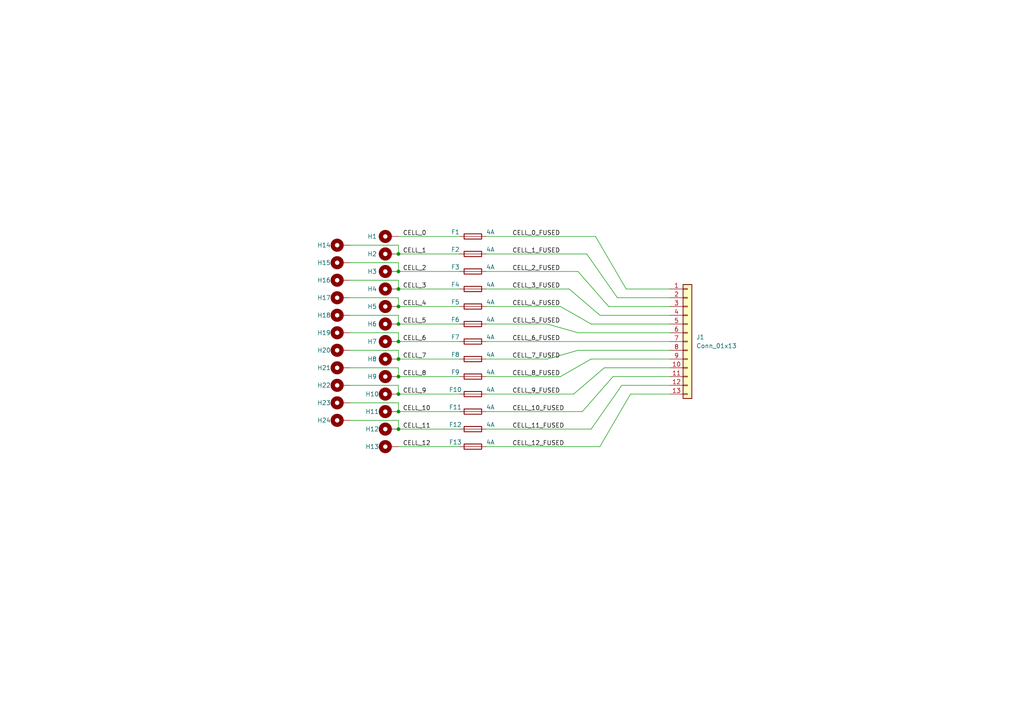
<source format=kicad_sch>
(kicad_sch (version 20211123) (generator eeschema)
  (paper "A4")
  (lib_symbols
    (symbol "Connector_Generic:Conn_01x13" (pin_names (offset 1.016) hide)
      (property "Reference" "J" (at 0 17.78 0))
      (property "Value" "Conn_01x13" (at 0 -17.78 0))
      (symbol "Conn_01x13_1_1"
        (rectangle (start -1.27 -15.113) (end 0 -15.367) (stroke (width 0.1524)))
        (rectangle (start -1.27 -12.573) (end 0 -12.827) (stroke (width 0.1524)))
        (rectangle (start -1.27 -10.033) (end 0 -10.287) (stroke (width 0.1524)))
        (rectangle (start -1.27 -7.493) (end 0 -7.747) (stroke (width 0.1524)))
        (rectangle (start -1.27 -4.953) (end 0 -5.207) (stroke (width 0.1524)))
        (rectangle (start -1.27 -2.413) (end 0 -2.667) (stroke (width 0.1524)))
        (rectangle (start -1.27 0.127) (end 0 -0.127) (stroke (width 0.1524)))
        (rectangle (start -1.27 2.667) (end 0 2.413) (stroke (width 0.1524)))
        (rectangle (start -1.27 5.207) (end 0 4.953) (stroke (width 0.1524)))
        (rectangle (start -1.27 7.747) (end 0 7.493) (stroke (width 0.1524)))
        (rectangle (start -1.27 10.287) (end 0 10.033) (stroke (width 0.1524)))
        (rectangle (start -1.27 12.827) (end 0 12.573) (stroke (width 0.1524)))
        (rectangle (start -1.27 15.367) (end 0 15.113) (stroke (width 0.1524)))
        (rectangle (start -1.27 16.51) (end 1.27 -16.51) (stroke (width 0.254)) (fill (type background)))
        (pin passive line (at -5.08 15.24 0) (length 3.81) (name "Pin_1") (number "1"))
        (pin passive line (at -5.08 -7.62 0) (length 3.81) (name "Pin_10") (number "10"))
        (pin passive line (at -5.08 -10.16 0) (length 3.81) (name "Pin_11") (number "11"))
        (pin passive line (at -5.08 -12.7 0) (length 3.81) (name "Pin_12") (number "12"))
        (pin passive line (at -5.08 -15.24 0) (length 3.81) (name "Pin_13") (number "13"))
        (pin passive line (at -5.08 12.7 0) (length 3.81) (name "Pin_2") (number "2"))
        (pin passive line (at -5.08 10.16 0) (length 3.81) (name "Pin_3") (number "3"))
        (pin passive line (at -5.08 7.62 0) (length 3.81) (name "Pin_4") (number "4"))
        (pin passive line (at -5.08 5.08 0) (length 3.81) (name "Pin_5") (number "5"))
        (pin passive line (at -5.08 2.54 0) (length 3.81) (name "Pin_6") (number "6"))
        (pin passive line (at -5.08 0 0) (length 3.81) (name "Pin_7") (number "7"))
        (pin passive line (at -5.08 -2.54 0) (length 3.81) (name "Pin_8") (number "8"))
        (pin passive line (at -5.08 -5.08 0) (length 3.81) (name "Pin_9") (number "9"))
      )
    )
    (symbol "Device:Fuse" (pin_numbers hide) (pin_names (offset 0))
      (property "Reference" "F" (at 2.032 0 90))
      (property "Value" "Fuse" (at -1.905 0 90))
      (symbol "Fuse_0_1"
        (rectangle (start -0.762 -2.54) (end 0.762 2.54) (stroke (width 0.254)))
        (polyline (pts (xy 0 2.54) (xy 0 -2.54)))
      )
      (symbol "Fuse_1_1"
        (pin passive line (at 0 3.81 270) (length 1.27) (name "~") (number "1"))
        (pin passive line (at 0 -3.81 90) (length 1.27) (name "~") (number "2"))
      )
    )
    (symbol "Mechanical:MountingHole_Pad" (pin_numbers hide) (pin_names (offset 1.016) hide)
      (property "Reference" "H" (at 0 6.35 0))
      (property "Value" "MountingHole_Pad" (at 0 4.445 0))
      (symbol "MountingHole_Pad_0_1"
        (circle (center 0 1.27) (radius 1.27) (stroke (width 1.27)))
      )
      (symbol "MountingHole_Pad_1_1"
        (pin input line (at 0 -2.54 90) (length 2.54) (name "1") (number "1"))
      )
    )
  )
  (junction (at 115.57 109.22))
  (junction (at 115.57 83.82))
  (junction (at 115.57 119.38))
  (junction (at 115.57 124.46))
  (junction (at 115.57 78.74))
  (junction (at 115.57 114.3))
  (junction (at 115.57 73.66))
  (junction (at 115.57 88.9))
  (junction (at 115.57 93.98))
  (junction (at 115.57 104.14))
  (junction (at 115.57 99.06))
  (wire (pts (xy 101.6 111.76) (xy 115.57 111.76)))
  (wire (pts (xy 167.64 78.74) (xy 176.53 88.9)))
  (wire (pts (xy 115.57 93.98) (xy 133.35 93.98)))
  (wire (pts (xy 162.56 88.9) (xy 171.45 93.98)))
  (wire (pts (xy 140.97 104.14) (xy 158.75 104.14)))
  (wire (pts (xy 140.97 129.54) (xy 173.99 129.54)))
  (wire (pts (xy 115.57 124.46) (xy 133.35 124.46)))
  (wire (pts (xy 115.57 121.92) (xy 115.57 124.46)))
  (wire (pts (xy 140.97 93.98) (xy 158.75 93.98)))
  (wire (pts (xy 101.6 71.12) (xy 115.57 71.12)))
  (wire (pts (xy 140.97 88.9) (xy 162.56 88.9)))
  (wire (pts (xy 140.97 68.58) (xy 172.72 68.58)))
  (wire (pts (xy 194.31 111.76) (xy 180.34 111.76)))
  (wire (pts (xy 101.6 81.28) (xy 115.57 81.28)))
  (wire (pts (xy 115.57 73.66) (xy 133.35 73.66)))
  (wire (pts (xy 171.45 104.14) (xy 194.31 104.14)))
  (wire (pts (xy 101.6 121.92) (xy 115.57 121.92)))
  (wire (pts (xy 115.57 99.06) (xy 133.35 99.06)))
  (wire (pts (xy 115.57 86.36) (xy 115.57 88.9)))
  (wire (pts (xy 115.57 119.38) (xy 133.35 119.38)))
  (wire (pts (xy 140.97 99.06) (xy 194.31 99.06)))
  (wire (pts (xy 140.97 73.66) (xy 170.18 73.66)))
  (wire (pts (xy 115.57 111.76) (xy 115.57 114.3)))
  (wire (pts (xy 115.57 76.2) (xy 115.57 78.74)))
  (wire (pts (xy 175.26 106.68) (xy 166.37 114.3)))
  (wire (pts (xy 167.64 96.52) (xy 158.75 93.98)))
  (wire (pts (xy 115.57 114.3) (xy 133.35 114.3)))
  (wire (pts (xy 181.61 83.82) (xy 194.31 83.82)))
  (wire (pts (xy 101.6 106.68) (xy 115.57 106.68)))
  (wire (pts (xy 115.57 91.44) (xy 115.57 93.98)))
  (wire (pts (xy 194.31 91.44) (xy 173.99 91.44)))
  (wire (pts (xy 172.72 68.58) (xy 181.61 83.82)))
  (wire (pts (xy 115.57 106.68) (xy 115.57 109.22)))
  (wire (pts (xy 115.57 71.12) (xy 115.57 73.66)))
  (wire (pts (xy 115.57 116.84) (xy 115.57 119.38)))
  (wire (pts (xy 140.97 109.22) (xy 162.56 109.22)))
  (wire (pts (xy 194.31 86.36) (xy 179.07 86.36)))
  (wire (pts (xy 140.97 119.38) (xy 168.91 119.38)))
  (wire (pts (xy 173.99 91.44) (xy 165.1 83.82)))
  (wire (pts (xy 167.64 101.6) (xy 194.31 101.6)))
  (wire (pts (xy 101.6 86.36) (xy 115.57 86.36)))
  (wire (pts (xy 115.57 104.14) (xy 133.35 104.14)))
  (wire (pts (xy 140.97 83.82) (xy 165.1 83.82)))
  (wire (pts (xy 101.6 96.52) (xy 115.57 96.52)))
  (wire (pts (xy 194.31 96.52) (xy 167.64 96.52)))
  (wire (pts (xy 158.75 104.14) (xy 167.64 101.6)))
  (wire (pts (xy 115.57 68.58) (xy 133.35 68.58)))
  (wire (pts (xy 115.57 81.28) (xy 115.57 83.82)))
  (wire (pts (xy 168.91 119.38) (xy 177.8 109.22)))
  (wire (pts (xy 182.88 114.3) (xy 194.31 114.3)))
  (wire (pts (xy 140.97 114.3) (xy 166.37 114.3)))
  (wire (pts (xy 173.99 129.54) (xy 182.88 114.3)))
  (wire (pts (xy 101.6 76.2) (xy 115.57 76.2)))
  (wire (pts (xy 115.57 96.52) (xy 115.57 99.06)))
  (wire (pts (xy 115.57 129.54) (xy 133.35 129.54)))
  (wire (pts (xy 115.57 83.82) (xy 133.35 83.82)))
  (wire (pts (xy 162.56 109.22) (xy 171.45 104.14)))
  (wire (pts (xy 101.6 91.44) (xy 115.57 91.44)))
  (wire (pts (xy 115.57 109.22) (xy 133.35 109.22)))
  (wire (pts (xy 115.57 88.9) (xy 133.35 88.9)))
  (wire (pts (xy 179.07 86.36) (xy 170.18 73.66)))
  (wire (pts (xy 101.6 116.84) (xy 115.57 116.84)))
  (wire (pts (xy 101.6 101.6) (xy 115.57 101.6)))
  (wire (pts (xy 180.34 111.76) (xy 171.45 124.46)))
  (wire (pts (xy 115.57 101.6) (xy 115.57 104.14)))
  (wire (pts (xy 194.31 106.68) (xy 175.26 106.68)))
  (wire (pts (xy 140.97 124.46) (xy 171.45 124.46)))
  (wire (pts (xy 140.97 78.74) (xy 167.64 78.74)))
  (wire (pts (xy 176.53 88.9) (xy 194.31 88.9)))
  (wire (pts (xy 177.8 109.22) (xy 194.31 109.22)))
  (wire (pts (xy 115.57 78.74) (xy 133.35 78.74)))
  (wire (pts (xy 171.45 93.98) (xy 194.31 93.98)))
  (label "CELL_8_FUSED" (at 148.59 109.22 0))
  (label "CELL_2" (at 116.84 78.74 0))
  (label "CELL_7_FUSED" (at 148.59 104.14 0))
  (label "CELL_9" (at 116.84 114.3 0))
  (label "CELL_6_FUSED" (at 148.59 99.06 0))
  (label "CELL_1" (at 116.84 73.66 0))
  (label "CELL_5" (at 116.84 93.98 0))
  (label "CELL_12" (at 116.84 129.54 0))
  (label "CELL_10" (at 116.84 119.38 0))
  (label "CELL_12_FUSED" (at 148.59 129.54 0))
  (label "CELL_4" (at 116.84 88.9 0))
  (label "CELL_11" (at 116.84 124.46 0))
  (label "CELL_10_FUSED" (at 148.59 119.38 0))
  (label "CELL_1_FUSED" (at 148.59 73.66 0))
  (label "CELL_8" (at 116.84 109.22 0))
  (label "CELL_0_FUSED" (at 148.59 68.58 0))
  (label "CELL_3_FUSED" (at 148.59 83.82 0))
  (label "CELL_5_FUSED" (at 148.59 93.98 0))
  (label "CELL_0" (at 116.84 68.58 0))
  (label "CELL_9_FUSED" (at 148.59 114.3 0))
  (label "CELL_7" (at 116.84 104.14 0))
  (label "CELL_4_FUSED" (at 148.59 88.9 0))
  (label "CELL_6" (at 116.84 99.06 0))
  (label "CELL_2_FUSED" (at 148.59 78.74 0))
  (label "CELL_3" (at 116.84 83.82 0))
  (label "CELL_11_FUSED" (at 148.59 124.46 0))
  (symbol (lib_id "Mechanical:MountingHole_Pad") (at 99.06 111.76 90) (unit 1)
    (property "Reference" "H22" (at 93.98 111.76 90))
    (property "Value" "MountingHole_Pad" (effects hide))
    (property "Footprint" "MountingHole:MountingHole_5.5mm_Pad_Via" (effects hide))
  )
  (symbol (lib_id "Mechanical:MountingHole_Pad") (at 113.03 114.3 90) (unit 1)
    (property "Reference" "H10" (at 107.95 114.3 90))
    (property "Value" "MountingHole_Pad" (effects hide))
    (property "Footprint" "MountingHole:MountingHole_5.5mm_Pad_Via" (effects hide))
  )
  (symbol (lib_id "Mechanical:MountingHole_Pad") (at 99.06 71.12 90) (unit 1)
    (property "Reference" "H14" (at 93.98 71.12 90))
    (property "Value" "MountingHole_Pad" (effects hide))
    (property "Footprint" "MountingHole:MountingHole_5.5mm_Pad_Via" (effects hide))
  )
  (symbol (lib_id "Mechanical:MountingHole_Pad") (at 99.06 86.36 90) (unit 1)
    (property "Reference" "H17" (at 93.98 86.36 90))
    (property "Value" "MountingHole_Pad" (effects hide))
    (property "Footprint" "MountingHole:MountingHole_5.5mm_Pad_Via" (effects hide))
  )
  (symbol (lib_id "Device:Fuse") (at 137.16 88.9 90) (unit 1)
    (property "Reference" "F5" (at 132.08 87.63 90))
    (property "Value" "4A" (at 142.24 87.63 90))
    (property "Footprint" "Fuse:Fuse_0805_2012Metric_Pad1.15x1.40mm_HandSolder" (effects hide))
  )
  (symbol (lib_id "Mechanical:MountingHole_Pad") (at 113.03 68.58 90) (unit 1)
    (property "Reference" "H1" (at 107.95 68.58 90))
    (property "Value" "MountingHole_Pad" (effects hide))
    (property "Footprint" "MountingHole:MountingHole_5.5mm_Pad_Via" (effects hide))
  )
  (symbol (lib_id "Connector_Generic:Conn_01x13") (at 199.39 99.06 0) (unit 1)
    (property "Reference" "J1" (at 201.93 97.7899 0) (effects (justify left)))
    (property "Value" "Conn_01x13" (at 201.93 100.3299 0) (effects (justify left)))
  )
  (symbol (lib_id "Mechanical:MountingHole_Pad") (at 113.03 124.46 90) (unit 1)
    (property "Reference" "H12" (at 107.95 124.46 90))
    (property "Value" "MountingHole_Pad" (effects hide))
    (property "Footprint" "MountingHole:MountingHole_5.5mm_Pad_Via" (effects hide))
  )
  (symbol (lib_id "Mechanical:MountingHole_Pad") (at 99.06 116.84 90) (unit 1)
    (property "Reference" "H23" (at 93.98 116.84 90))
    (property "Value" "MountingHole_Pad" (effects hide))
    (property "Footprint" "MountingHole:MountingHole_5.5mm_Pad_Via" (effects hide))
  )
  (symbol (lib_id "Mechanical:MountingHole_Pad") (at 113.03 129.54 90) (unit 1)
    (property "Reference" "H13" (at 107.95 129.54 90))
    (property "Value" "MountingHole_Pad" (effects hide))
    (property "Footprint" "MountingHole:MountingHole_5.5mm_Pad_Via" (effects hide))
  )
  (symbol (lib_id "Device:Fuse") (at 137.16 99.06 90) (unit 1)
    (property "Reference" "F7" (at 132.08 97.79 90))
    (property "Value" "4A" (at 142.24 97.79 90))
    (property "Footprint" "Fuse:Fuse_0805_2012Metric_Pad1.15x1.40mm_HandSolder" (effects hide))
  )
  (symbol (lib_id "Mechanical:MountingHole_Pad") (at 99.06 121.92 90) (unit 1)
    (property "Reference" "H24" (at 93.98 121.92 90))
    (property "Value" "MountingHole_Pad" (effects hide))
    (property "Footprint" "MountingHole:MountingHole_5.5mm_Pad_Via" (effects hide))
  )
  (symbol (lib_id "Mechanical:MountingHole_Pad") (at 99.06 106.68 90) (unit 1)
    (property "Reference" "H21" (at 93.98 106.68 90))
    (property "Value" "MountingHole_Pad" (effects hide))
    (property "Footprint" "MountingHole:MountingHole_5.5mm_Pad_Via" (effects hide))
  )
  (symbol (lib_id "Mechanical:MountingHole_Pad") (at 99.06 81.28 90) (unit 1)
    (property "Reference" "H16" (at 93.98 81.28 90))
    (property "Value" "MountingHole_Pad" (effects hide))
    (property "Footprint" "MountingHole:MountingHole_5.5mm_Pad_Via" (effects hide))
  )
  (symbol (lib_id "Device:Fuse") (at 137.16 114.3 90) (unit 1)
    (property "Reference" "F10" (at 132.08 113.03 90))
    (property "Value" "4A" (at 142.24 113.03 90))
    (property "Footprint" "Fuse:Fuse_0805_2012Metric_Pad1.15x1.40mm_HandSolder" (effects hide))
  )
  (symbol (lib_id "Mechanical:MountingHole_Pad") (at 99.06 91.44 90) (unit 1)
    (property "Reference" "H18" (at 93.98 91.44 90))
    (property "Value" "MountingHole_Pad" (effects hide))
    (property "Footprint" "MountingHole:MountingHole_5.5mm_Pad_Via" (effects hide))
  )
  (symbol (lib_id "Mechanical:MountingHole_Pad") (at 113.03 73.66 90) (unit 1)
    (property "Reference" "H2" (at 107.95 73.66 90))
    (property "Value" "MountingHole_Pad" (effects hide))
    (property "Footprint" "MountingHole:MountingHole_5.5mm_Pad_Via" (effects hide))
  )
  (symbol (lib_id "Mechanical:MountingHole_Pad") (at 99.06 101.6 90) (unit 1)
    (property "Reference" "H20" (at 93.98 101.6 90))
    (property "Value" "MountingHole_Pad" (effects hide))
    (property "Footprint" "MountingHole:MountingHole_5.5mm_Pad_Via" (effects hide))
  )
  (symbol (lib_id "Mechanical:MountingHole_Pad") (at 113.03 88.9 90) (unit 1)
    (property "Reference" "H5" (at 107.95 88.9 90))
    (property "Value" "MountingHole_Pad" (effects hide))
    (property "Footprint" "MountingHole:MountingHole_5.5mm_Pad_Via" (effects hide))
  )
  (symbol (lib_id "Mechanical:MountingHole_Pad") (at 113.03 99.06 90) (unit 1)
    (property "Reference" "H7" (at 107.95 99.06 90))
    (property "Value" "MountingHole_Pad" (effects hide))
    (property "Footprint" "MountingHole:MountingHole_5.5mm_Pad_Via" (effects hide))
  )
  (symbol (lib_id "Device:Fuse") (at 137.16 78.74 90) (unit 1)
    (property "Reference" "F3" (at 132.08 77.47 90))
    (property "Value" "4A" (at 142.24 77.47 90))
    (property "Footprint" "Fuse:Fuse_0805_2012Metric_Pad1.15x1.40mm_HandSolder" (effects hide))
  )
  (symbol (lib_id "Mechanical:MountingHole_Pad") (at 113.03 104.14 90) (unit 1)
    (property "Reference" "H8" (at 107.95 104.14 90))
    (property "Value" "MountingHole_Pad" (effects hide))
    (property "Footprint" "MountingHole:MountingHole_5.5mm_Pad_Via" (effects hide))
  )
  (symbol (lib_id "Mechanical:MountingHole_Pad") (at 113.03 83.82 90) (unit 1)
    (property "Reference" "H4" (at 107.95 83.82 90))
    (property "Value" "MountingHole_Pad" (effects hide))
    (property "Footprint" "MountingHole:MountingHole_5.5mm_Pad_Via" (effects hide))
  )
  (symbol (lib_id "Mechanical:MountingHole_Pad") (at 99.06 96.52 90) (unit 1)
    (property "Reference" "H19" (at 93.98 96.52 90))
    (property "Value" "MountingHole_Pad" (effects hide))
    (property "Footprint" "MountingHole:MountingHole_5.5mm_Pad_Via" (effects hide))
  )
  (symbol (lib_id "Device:Fuse") (at 137.16 109.22 90) (unit 1)
    (property "Reference" "F9" (at 132.08 107.95 90))
    (property "Value" "4A" (at 142.24 107.95 90))
    (property "Footprint" "Fuse:Fuse_0805_2012Metric_Pad1.15x1.40mm_HandSolder" (effects hide))
  )
  (symbol (lib_id "Device:Fuse") (at 137.16 129.54 90) (unit 1)
    (property "Reference" "F13" (at 132.08 128.27 90))
    (property "Value" "4A" (at 142.24 128.27 90))
    (property "Footprint" "Fuse:Fuse_0805_2012Metric_Pad1.15x1.40mm_HandSolder" (effects hide))
  )
  (symbol (lib_id "Mechanical:MountingHole_Pad") (at 113.03 78.74 90) (unit 1)
    (property "Reference" "H3" (at 107.95 78.74 90))
    (property "Value" "MountingHole_Pad" (effects hide))
    (property "Footprint" "MountingHole:MountingHole_5.5mm_Pad_Via" (effects hide))
  )
  (symbol (lib_id "Mechanical:MountingHole_Pad") (at 113.03 119.38 90) (unit 1)
    (property "Reference" "H11" (at 107.95 119.38 90))
    (property "Value" "MountingHole_Pad" (effects hide))
    (property "Footprint" "MountingHole:MountingHole_5.5mm_Pad_Via" (effects hide))
  )
  (symbol (lib_id "Mechanical:MountingHole_Pad") (at 113.03 93.98 90) (unit 1)
    (property "Reference" "H6" (at 107.95 93.98 90))
    (property "Value" "MountingHole_Pad" (effects hide))
    (property "Footprint" "MountingHole:MountingHole_5.5mm_Pad_Via" (effects hide))
  )
  (symbol (lib_id "Device:Fuse") (at 137.16 104.14 90) (unit 1)
    (property "Reference" "F8" (at 132.08 102.87 90))
    (property "Value" "4A" (at 142.24 102.87 90))
    (property "Footprint" "Fuse:Fuse_0805_2012Metric_Pad1.15x1.40mm_HandSolder" (effects hide))
  )
  (symbol (lib_id "Device:Fuse") (at 137.16 119.38 90) (unit 1)
    (property "Reference" "F11" (at 132.08 118.11 90))
    (property "Value" "4A" (at 142.24 118.11 90))
    (property "Footprint" "Fuse:Fuse_0805_2012Metric_Pad1.15x1.40mm_HandSolder" (effects hide))
  )
  (symbol (lib_id "Device:Fuse") (at 137.16 124.46 90) (unit 1)
    (property "Reference" "F12" (at 132.08 123.19 90))
    (property "Value" "4A" (at 142.24 123.19 90))
    (property "Footprint" "Fuse:Fuse_0805_2012Metric_Pad1.15x1.40mm_HandSolder" (effects hide))
  )
  (symbol (lib_id "Mechanical:MountingHole_Pad") (at 113.03 109.22 90) (unit 1)
    (property "Reference" "H9" (at 107.95 109.22 90))
    (property "Value" "MountingHole_Pad" (effects hide))
    (property "Footprint" "MountingHole:MountingHole_5.5mm_Pad_Via" (effects hide))
  )
  (symbol (lib_id "Device:Fuse") (at 137.16 83.82 90) (unit 1)
    (property "Reference" "F4" (at 132.08 82.55 90))
    (property "Value" "4A" (at 142.24 82.55 90))
    (property "Footprint" "Fuse:Fuse_0805_2012Metric_Pad1.15x1.40mm_HandSolder" (effects hide))
  )
  (symbol (lib_id "Device:Fuse") (at 137.16 93.98 90) (unit 1)
    (property "Reference" "F6" (at 132.08 92.71 90))
    (property "Value" "4A" (at 142.24 92.71 90))
    (property "Footprint" "Fuse:Fuse_0805_2012Metric_Pad1.15x1.40mm_HandSolder" (effects hide))
  )
  (symbol (lib_id "Device:Fuse") (at 137.16 73.66 90) (unit 1)
    (property "Reference" "F2" (at 132.08 72.39 90))
    (property "Value" "4A" (at 142.24 72.39 90))
    (property "Footprint" "Fuse:Fuse_0805_2012Metric_Pad1.15x1.40mm_HandSolder" (effects hide))
  )
  (symbol (lib_id "Mechanical:MountingHole_Pad") (at 99.06 76.2 90) (unit 1)
    (property "Reference" "H15" (at 93.98 76.2 90))
    (property "Value" "MountingHole_Pad" (effects hide))
    (property "Footprint" "MountingHole:MountingHole_5.5mm_Pad_Via" (effects hide))
  )
  (symbol (lib_id "Device:Fuse") (at 137.16 68.58 90) (unit 1)
    (property "Reference" "F1" (at 132.08 67.31 90))
    (property "Value" "4A" (at 142.24 67.31 90))
    (property "Footprint" "Fuse:Fuse_0805_2012Metric_Pad1.15x1.40mm_HandSolder" (effects hide))
  )
)
</source>
